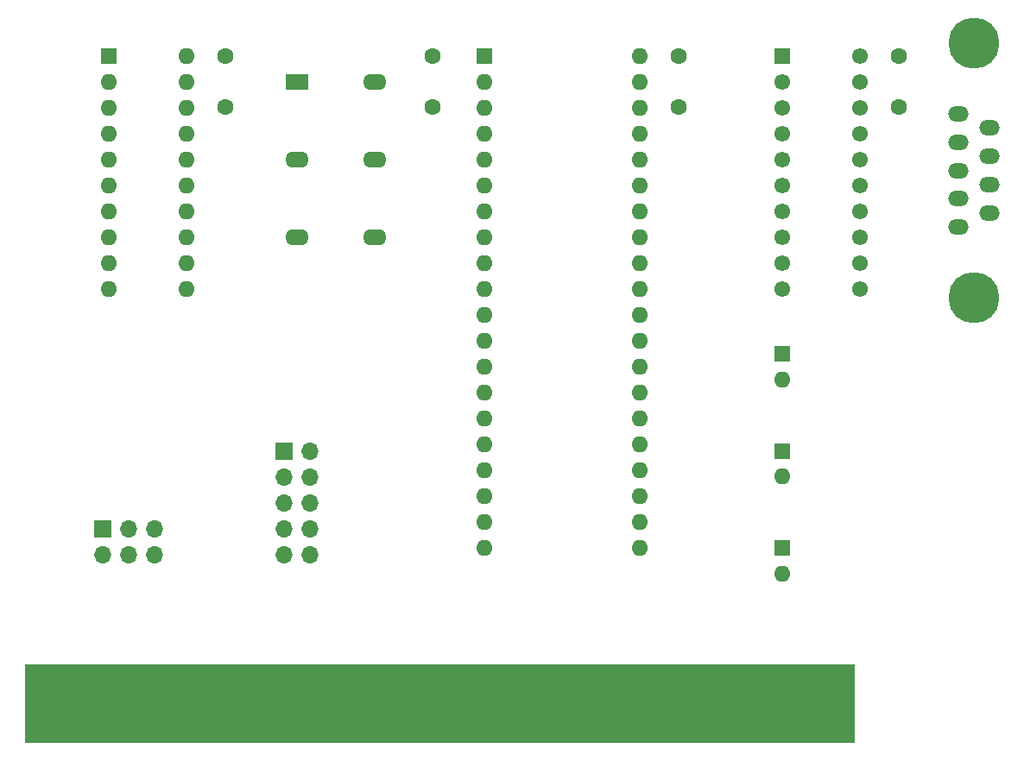
<source format=gts>
%TF.GenerationSoftware,KiCad,Pcbnew,(5.1.9)-1*%
%TF.CreationDate,2021-05-05T16:21:53+08:00*%
%TF.ProjectId,BasicSerial,42617369-6353-4657-9269-616c2e6b6963,rev?*%
%TF.SameCoordinates,Original*%
%TF.FileFunction,Soldermask,Top*%
%TF.FilePolarity,Negative*%
%FSLAX46Y46*%
G04 Gerber Fmt 4.6, Leading zero omitted, Abs format (unit mm)*
G04 Created by KiCad (PCBNEW (5.1.9)-1) date 2021-05-05 16:21:53*
%MOMM*%
%LPD*%
G01*
G04 APERTURE LIST*
%ADD10C,0.100000*%
%ADD11C,5.001260*%
%ADD12O,1.998980X1.501140*%
%ADD13O,1.600000X1.600000*%
%ADD14R,1.600000X1.600000*%
%ADD15R,1.600000X1.501140*%
%ADD16O,1.600000X1.501140*%
%ADD17O,2.300000X1.600000*%
%ADD18R,2.300000X1.600000*%
%ADD19C,1.600000*%
%ADD20R,1.700000X1.700000*%
%ADD21O,1.700000X1.700000*%
%ADD22R,1.780000X7.620000*%
G04 APERTURE END LIST*
D10*
G36*
X177800000Y-142240000D02*
G01*
X96520000Y-142240000D01*
X96520000Y-134620000D01*
X177800000Y-134620000D01*
X177800000Y-142240000D01*
G37*
X177800000Y-142240000D02*
X96520000Y-142240000D01*
X96520000Y-134620000D01*
X177800000Y-134620000D01*
X177800000Y-142240000D01*
D11*
%TO.C,CN1*%
X189589000Y-98614260D03*
D12*
X191107920Y-81964560D03*
X191107920Y-84735700D03*
X191107920Y-87504300D03*
X191107920Y-90275440D03*
X188070080Y-91659740D03*
X188070080Y-88891140D03*
X188070080Y-80580260D03*
X188070080Y-83348860D03*
X188070080Y-86120000D03*
D11*
X189589000Y-73625740D03*
%TD*%
D13*
%TO.C,U2*%
X112395000Y-74930000D03*
X104775000Y-97790000D03*
X112395000Y-77470000D03*
X104775000Y-95250000D03*
X112395000Y-80010000D03*
X104775000Y-92710000D03*
X112395000Y-82550000D03*
X104775000Y-90170000D03*
X112395000Y-85090000D03*
X104775000Y-87630000D03*
X112395000Y-87630000D03*
X104775000Y-85090000D03*
X112395000Y-90170000D03*
X104775000Y-82550000D03*
X112395000Y-92710000D03*
X104775000Y-80010000D03*
X112395000Y-95250000D03*
X104775000Y-77470000D03*
X112395000Y-97790000D03*
D14*
X104775000Y-74930000D03*
%TD*%
D13*
%TO.C,U1*%
X156845000Y-74930000D03*
X141605000Y-123190000D03*
X156845000Y-77470000D03*
X141605000Y-120650000D03*
X156845000Y-80010000D03*
X141605000Y-118110000D03*
X156845000Y-82550000D03*
X141605000Y-115570000D03*
X156845000Y-85090000D03*
X141605000Y-113030000D03*
X156845000Y-87630000D03*
X141605000Y-110490000D03*
X156845000Y-90170000D03*
X141605000Y-107950000D03*
X156845000Y-92710000D03*
X141605000Y-105410000D03*
X156845000Y-95250000D03*
X141605000Y-102870000D03*
X156845000Y-97790000D03*
X141605000Y-100330000D03*
X156845000Y-100330000D03*
X141605000Y-97790000D03*
X156845000Y-102870000D03*
X141605000Y-95250000D03*
X156845000Y-105410000D03*
X141605000Y-92710000D03*
X156845000Y-107950000D03*
X141605000Y-90170000D03*
X156845000Y-110490000D03*
X141605000Y-87630000D03*
X156845000Y-113030000D03*
X141605000Y-85090000D03*
X156845000Y-115570000D03*
X141605000Y-82550000D03*
X156845000Y-118110000D03*
X141605000Y-80010000D03*
X156845000Y-120650000D03*
X141605000Y-77470000D03*
X156845000Y-123190000D03*
D14*
X141605000Y-74930000D03*
%TD*%
D15*
%TO.C,U3*%
X170815000Y-74930000D03*
D16*
X178435000Y-97790000D03*
X170815000Y-77470000D03*
X178435000Y-95250000D03*
X170815000Y-80010000D03*
X178435000Y-92710000D03*
X170815000Y-82550000D03*
X178435000Y-90170000D03*
X170815000Y-85090000D03*
X178435000Y-87630000D03*
X170815000Y-87630000D03*
X178435000Y-85090000D03*
X170815000Y-90170000D03*
X178435000Y-82550000D03*
X170815000Y-92710000D03*
X178435000Y-80010000D03*
X170815000Y-95250000D03*
X178435000Y-77470000D03*
X170815000Y-97790000D03*
X178435000Y-74930000D03*
%TD*%
D17*
%TO.C,U4*%
X130810000Y-77470000D03*
X130810000Y-85090000D03*
X130810000Y-92710000D03*
X123190000Y-92710000D03*
X123190000Y-85090000D03*
D18*
X123190000Y-77470000D03*
%TD*%
D19*
%TO.C,C3*%
X182245000Y-79930000D03*
X182245000Y-74930000D03*
%TD*%
%TO.C,C1*%
X160655000Y-79930000D03*
X160655000Y-74930000D03*
%TD*%
%TO.C,C4*%
X136525000Y-79930000D03*
X136525000Y-74930000D03*
%TD*%
%TO.C,C2*%
X116205000Y-79930000D03*
X116205000Y-74930000D03*
%TD*%
D13*
%TO.C,C7*%
X170815000Y-125690000D03*
D14*
X170815000Y-123190000D03*
%TD*%
D13*
%TO.C,C6*%
X170815000Y-116165000D03*
D14*
X170815000Y-113665000D03*
%TD*%
%TO.C,C5*%
X170815000Y-104140000D03*
D13*
X170815000Y-106640000D03*
%TD*%
D20*
%TO.C,J2*%
X121920000Y-113665000D03*
D21*
X124460000Y-113665000D03*
X121920000Y-116205000D03*
X124460000Y-116205000D03*
X121920000Y-118745000D03*
X124460000Y-118745000D03*
X121920000Y-121285000D03*
X124460000Y-121285000D03*
X121920000Y-123825000D03*
X124460000Y-123825000D03*
%TD*%
D20*
%TO.C,J1*%
X104140000Y-121285000D03*
D21*
X104140000Y-123825000D03*
X106680000Y-121285000D03*
X106680000Y-123825000D03*
X109220000Y-121285000D03*
X109220000Y-123825000D03*
%TD*%
D22*
%TO.C,J3*%
X99060000Y-138430000D03*
X101600000Y-138430000D03*
X104140000Y-138430000D03*
X106680000Y-138430000D03*
X109220000Y-138430000D03*
X111760000Y-138430000D03*
X114300000Y-138430000D03*
X116840000Y-138430000D03*
X119380000Y-138430000D03*
X121920000Y-138430000D03*
X124460000Y-138430000D03*
X127000000Y-138430000D03*
X129540000Y-138430000D03*
X132080000Y-138430000D03*
X134620000Y-138430000D03*
X137160000Y-138430000D03*
X139700000Y-138430000D03*
X142240000Y-138430000D03*
X144780000Y-138430000D03*
X147320000Y-138430000D03*
X149860000Y-138430000D03*
X152400000Y-138430000D03*
X154940000Y-138430000D03*
X157480000Y-138430000D03*
X160020000Y-138430000D03*
X162560000Y-138430000D03*
X165100000Y-138430000D03*
X167640000Y-138430000D03*
X170180000Y-138430000D03*
X172720000Y-138430000D03*
X175260000Y-138430000D03*
%TD*%
M02*

</source>
